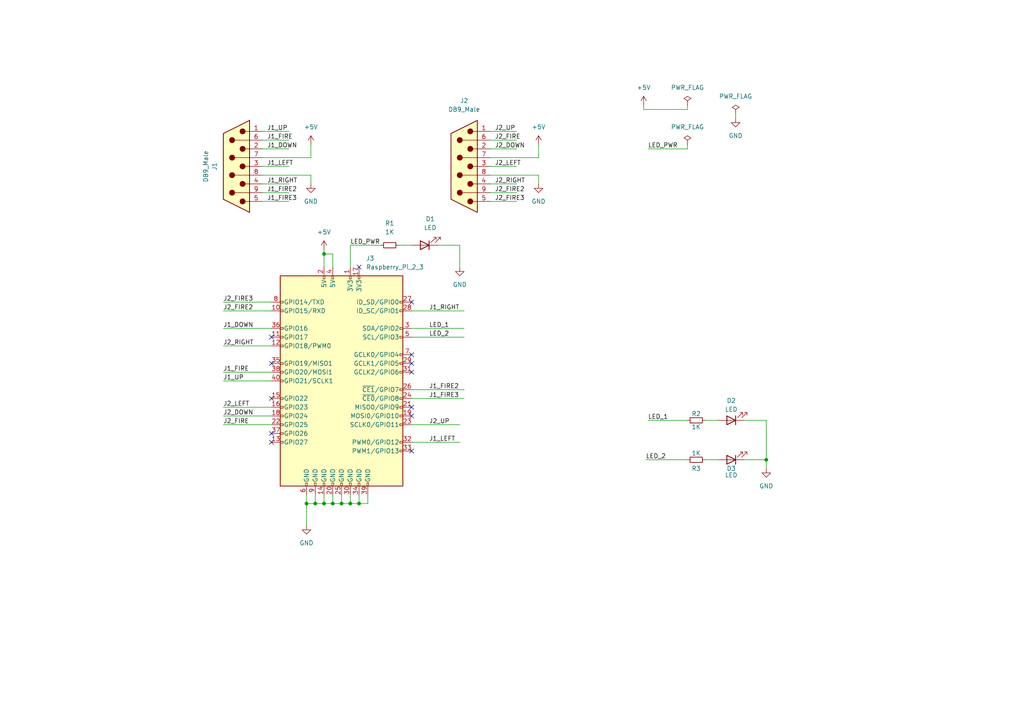
<source format=kicad_sch>
(kicad_sch (version 20230121) (generator eeschema)
  (paper "A4")
  (title_block (title "Unijoysticle Tester") (date "2022-11-29") (rev "A") (company "Ricardo Quesada"))
  (lib_symbols
    (symbol "Connector:DB9_Male" (pin_names (offset 1.016) hide)
      (property "Reference" "J" (at 0 13.97 0))
      (property "Value" "DB9_Male" (at 0 -14.605 0))
      (symbol "DB9_Male_0_1"
        (circle (center -1.778 -10.16) (radius 0.762) (fill (type outline)))
        (circle (center -1.778 -5.08) (radius 0.762) (fill (type outline)))
        (circle (center -1.778 0) (radius 0.762) (fill (type outline)))
        (circle (center -1.778 5.08) (radius 0.762) (fill (type outline)))
        (circle (center -1.778 10.16) (radius 0.762) (fill (type outline)))
        (polyline (pts (xy -3.81 -10.16) (xy -2.54 -10.16)))
        (polyline (pts (xy -3.81 -7.62) (xy 0.508 -7.62)))
        (polyline (pts (xy -3.81 -5.08) (xy -2.54 -5.08)))
        (polyline (pts (xy -3.81 -2.54) (xy 0.508 -2.54)))
        (polyline (pts (xy -3.81 0) (xy -2.54 0)))
        (polyline (pts (xy -3.81 2.54) (xy 0.508 2.54)))
        (polyline (pts (xy -3.81 5.08) (xy -2.54 5.08)))
        (polyline (pts (xy -3.81 7.62) (xy 0.508 7.62)))
        (polyline (pts (xy -3.81 10.16) (xy -2.54 10.16)))
        (polyline (pts (xy -3.81 -13.335) (xy -3.81 13.335) (xy 3.81 9.525) (xy 3.81 -9.525) (xy -3.81 -13.335)) (stroke (width 0.254)) (fill (type background)))
        (circle (center 1.27 -7.62) (radius 0.762) (fill (type outline)))
        (circle (center 1.27 -2.54) (radius 0.762) (fill (type outline)))
        (circle (center 1.27 2.54) (radius 0.762) (fill (type outline)))
        (circle (center 1.27 7.62) (radius 0.762) (fill (type outline)))
      )
      (symbol "DB9_Male_1_1"
        (pin passive line (at -7.62 -10.16 0) (length 3.81) (name "1") (number "1"))
        (pin passive line (at -7.62 -5.08 0) (length 3.81) (name "2") (number "2"))
        (pin passive line (at -7.62 0 0) (length 3.81) (name "3") (number "3"))
        (pin passive line (at -7.62 5.08 0) (length 3.81) (name "4") (number "4"))
        (pin passive line (at -7.62 10.16 0) (length 3.81) (name "5") (number "5"))
        (pin passive line (at -7.62 -7.62 0) (length 3.81) (name "6") (number "6"))
        (pin passive line (at -7.62 -2.54 0) (length 3.81) (name "7") (number "7"))
        (pin passive line (at -7.62 2.54 0) (length 3.81) (name "8") (number "8"))
        (pin passive line (at -7.62 7.62 0) (length 3.81) (name "9") (number "9"))
      )
    )
    (symbol "Connector:Raspberry_Pi_2_3" (pin_names (offset 1.016))
      (property "Reference" "J" (at -17.78 31.75 0))
      (property "Value" "Raspberry_Pi_2_3" (at 10.16 -31.75 0))
      (symbol "Raspberry_Pi_2_3_0_1"
        (rectangle (start -17.78 30.48) (end 17.78 -30.48) (stroke (width 0.254)) (fill (type background)))
      )
      (symbol "Raspberry_Pi_2_3_1_1"
        (rectangle (start -16.891 -17.526) (end -17.78 -18.034))
        (rectangle (start -16.891 -14.986) (end -17.78 -15.494))
        (rectangle (start -16.891 -12.446) (end -17.78 -12.954))
        (rectangle (start -16.891 -9.906) (end -17.78 -10.414))
        (rectangle (start -16.891 -7.366) (end -17.78 -7.874))
        (rectangle (start -16.891 -4.826) (end -17.78 -5.334))
        (rectangle (start -16.891 0.254) (end -17.78 -0.254))
        (rectangle (start -16.891 2.794) (end -17.78 2.286))
        (rectangle (start -16.891 5.334) (end -17.78 4.826))
        (rectangle (start -16.891 10.414) (end -17.78 9.906))
        (rectangle (start -16.891 12.954) (end -17.78 12.446))
        (rectangle (start -16.891 15.494) (end -17.78 14.986))
        (rectangle (start -16.891 20.574) (end -17.78 20.066))
        (rectangle (start -16.891 23.114) (end -17.78 22.606))
        (rectangle (start -10.414 -29.591) (end -9.906 -30.48))
        (rectangle (start -7.874 -29.591) (end -7.366 -30.48))
        (rectangle (start -5.334 -29.591) (end -4.826 -30.48))
        (rectangle (start -5.334 30.48) (end -4.826 29.591))
        (rectangle (start -2.794 -29.591) (end -2.286 -30.48))
        (rectangle (start -2.794 30.48) (end -2.286 29.591))
        (rectangle (start -0.254 -29.591) (end 0.254 -30.48))
        (rectangle (start 2.286 -29.591) (end 2.794 -30.48))
        (rectangle (start 2.286 30.48) (end 2.794 29.591))
        (rectangle (start 4.826 -29.591) (end 5.334 -30.48))
        (rectangle (start 4.826 30.48) (end 5.334 29.591))
        (rectangle (start 7.366 -29.591) (end 7.874 -30.48))
        (rectangle (start 17.78 -20.066) (end 16.891 -20.574))
        (rectangle (start 17.78 -17.526) (end 16.891 -18.034))
        (rectangle (start 17.78 -12.446) (end 16.891 -12.954))
        (rectangle (start 17.78 -9.906) (end 16.891 -10.414))
        (rectangle (start 17.78 -7.366) (end 16.891 -7.874))
        (rectangle (start 17.78 -4.826) (end 16.891 -5.334))
        (rectangle (start 17.78 -2.286) (end 16.891 -2.794))
        (rectangle (start 17.78 2.794) (end 16.891 2.286))
        (rectangle (start 17.78 5.334) (end 16.891 4.826))
        (rectangle (start 17.78 7.874) (end 16.891 7.366))
        (rectangle (start 17.78 12.954) (end 16.891 12.446))
        (rectangle (start 17.78 15.494) (end 16.891 14.986))
        (rectangle (start 17.78 20.574) (end 16.891 20.066))
        (rectangle (start 17.78 23.114) (end 16.891 22.606))
        (pin power_in line (at 2.54 33.02 270) (length 2.54) (name "3V3") (number "1"))
        (pin bidirectional line (at -20.32 20.32 0) (length 2.54) (name "GPIO15/RXD") (number "10"))
        (pin bidirectional line (at -20.32 12.7 0) (length 2.54) (name "GPIO17") (number "11"))
        (pin bidirectional line (at -20.32 10.16 0) (length 2.54) (name "GPIO18/PWM0") (number "12"))
        (pin bidirectional line (at -20.32 -17.78 0) (length 2.54) (name "GPIO27") (number "13"))
        (pin power_in line (at -5.08 -33.02 90) (length 2.54) (name "GND") (number "14"))
        (pin bidirectional line (at -20.32 -5.08 0) (length 2.54) (name "GPIO22") (number "15"))
        (pin bidirectional line (at -20.32 -7.62 0) (length 2.54) (name "GPIO23") (number "16"))
        (pin power_in line (at 5.08 33.02 270) (length 2.54) (name "3V3") (number "17"))
        (pin bidirectional line (at -20.32 -10.16 0) (length 2.54) (name "GPIO24") (number "18"))
        (pin bidirectional line (at 20.32 -10.16 180) (length 2.54) (name "MOSI0/GPIO10") (number "19"))
        (pin power_in line (at -5.08 33.02 270) (length 2.54) (name "5V") (number "2"))
        (pin power_in line (at -2.54 -33.02 90) (length 2.54) (name "GND") (number "20"))
        (pin bidirectional line (at 20.32 -7.62 180) (length 2.54) (name "MISO0/GPIO9") (number "21"))
        (pin bidirectional line (at -20.32 -12.7 0) (length 2.54) (name "GPIO25") (number "22"))
        (pin bidirectional line (at 20.32 -12.7 180) (length 2.54) (name "SCLK0/GPIO11") (number "23"))
        (pin bidirectional line (at 20.32 -5.08 180) (length 2.54) (name "~{CE0}/GPIO8") (number "24"))
        (pin power_in line (at 0 -33.02 90) (length 2.54) (name "GND") (number "25"))
        (pin bidirectional line (at 20.32 -2.54 180) (length 2.54) (name "~{CE1}/GPIO7") (number "26"))
        (pin bidirectional line (at 20.32 22.86 180) (length 2.54) (name "ID_SD/GPIO0") (number "27"))
        (pin bidirectional line (at 20.32 20.32 180) (length 2.54) (name "ID_SC/GPIO1") (number "28"))
        (pin bidirectional line (at 20.32 5.08 180) (length 2.54) (name "GCLK1/GPIO5") (number "29"))
        (pin bidirectional line (at 20.32 15.24 180) (length 2.54) (name "SDA/GPIO2") (number "3"))
        (pin power_in line (at 2.54 -33.02 90) (length 2.54) (name "GND") (number "30"))
        (pin bidirectional line (at 20.32 2.54 180) (length 2.54) (name "GCLK2/GPIO6") (number "31"))
        (pin bidirectional line (at 20.32 -17.78 180) (length 2.54) (name "PWM0/GPIO12") (number "32"))
        (pin bidirectional line (at 20.32 -20.32 180) (length 2.54) (name "PWM1/GPIO13") (number "33"))
        (pin power_in line (at 5.08 -33.02 90) (length 2.54) (name "GND") (number "34"))
        (pin bidirectional line (at -20.32 5.08 0) (length 2.54) (name "GPIO19/MISO1") (number "35"))
        (pin bidirectional line (at -20.32 15.24 0) (length 2.54) (name "GPIO16") (number "36"))
        (pin bidirectional line (at -20.32 -15.24 0) (length 2.54) (name "GPIO26") (number "37"))
        (pin bidirectional line (at -20.32 2.54 0) (length 2.54) (name "GPIO20/MOSI1") (number "38"))
        (pin power_in line (at 7.62 -33.02 90) (length 2.54) (name "GND") (number "39"))
        (pin power_in line (at -2.54 33.02 270) (length 2.54) (name "5V") (number "4"))
        (pin bidirectional line (at -20.32 0 0) (length 2.54) (name "GPIO21/SCLK1") (number "40"))
        (pin bidirectional line (at 20.32 12.7 180) (length 2.54) (name "SCL/GPIO3") (number "5"))
        (pin power_in line (at -10.16 -33.02 90) (length 2.54) (name "GND") (number "6"))
        (pin bidirectional line (at 20.32 7.62 180) (length 2.54) (name "GCLK0/GPIO4") (number "7"))
        (pin bidirectional line (at -20.32 22.86 0) (length 2.54) (name "GPIO14/TXD") (number "8"))
        (pin power_in line (at -7.62 -33.02 90) (length 2.54) (name "GND") (number "9"))
      )
    )
    (symbol "Device:LED" (pin_numbers hide) (pin_names (offset 1.016) hide)
      (property "Reference" "D" (at 0 2.54 0))
      (property "Value" "LED" (at 0 -2.54 0))
      (symbol "LED_0_1"
        (polyline (pts (xy -1.27 -1.27) (xy -1.27 1.27)) (stroke (width 0.254)))
        (polyline (pts (xy -1.27 0) (xy 1.27 0)))
        (polyline (pts (xy 1.27 -1.27) (xy 1.27 1.27) (xy -1.27 0) (xy 1.27 -1.27)) (stroke (width 0.254)))
        (polyline (pts (xy -3.048 -0.762) (xy -4.572 -2.286) (xy -3.81 -2.286) (xy -4.572 -2.286) (xy -4.572 -1.524)))
        (polyline (pts (xy -1.778 -0.762) (xy -3.302 -2.286) (xy -2.54 -2.286) (xy -3.302 -2.286) (xy -3.302 -1.524)))
      )
      (symbol "LED_1_1"
        (pin passive line (at -3.81 0 0) (length 2.54) (name "K") (number "1"))
        (pin passive line (at 3.81 0 180) (length 2.54) (name "A") (number "2"))
      )
    )
    (symbol "Device:R_Small" (pin_numbers hide) (pin_names (offset 0.254) hide)
      (property "Reference" "R" (at 0.762 0.508 0))
      (property "Value" "R_Small" (at 0.762 -1.016 0))
      (symbol "R_Small_0_1"
        (rectangle (start -0.762 1.778) (end 0.762 -1.778) (stroke (width 0.2032)))
      )
      (symbol "R_Small_1_1"
        (pin passive line (at 0 2.54 270) (length 0.762) (name "~") (number "1"))
        (pin passive line (at 0 -2.54 90) (length 0.762) (name "~") (number "2"))
      )
    )
    (symbol "power:+5V" (power) (pin_names (offset 0))
      (property "Value" "+5V" (at 0 3.556 0))
      (symbol "+5V_0_1"
        (polyline (pts (xy -0.762 1.27) (xy 0 2.54)))
        (polyline (pts (xy 0 0) (xy 0 2.54)))
        (polyline (pts (xy 0 2.54) (xy 0.762 1.27)))
      )
      (symbol "+5V_1_1"
        (pin power_in line (at 0 0 90) (length 0) hide (name "+5V") (number "1"))
      )
    )
    (symbol "power:GND" (power) (pin_names (offset 0))
      (property "Value" "GND" (at 0 -3.81 0))
      (symbol "GND_0_1"
        (polyline (pts (xy 0 0) (xy 0 -1.27) (xy 1.27 -1.27) (xy 0 -2.54) (xy -1.27 -1.27) (xy 0 -1.27)))
      )
      (symbol "GND_1_1"
        (pin power_in line (at 0 0 270) (length 0) hide (name "GND") (number "1"))
      )
    )
    (symbol "power:PWR_FLAG" (power) (pin_numbers hide) (pin_names (offset 0) hide)
      (property "Value" "PWR_FLAG" (at 0 3.81 0))
      (symbol "PWR_FLAG_0_0"
        (pin power_out line (at 0 0 90) (length 0) (name "pwr") (number "1"))
      )
      (symbol "PWR_FLAG_0_1"
        (polyline (pts (xy 0 0) (xy 0 1.27) (xy -1.016 1.905) (xy 0 2.54) (xy 1.016 1.905) (xy 0 1.27)))
      )
    )
  )
  (junction (at 93.98 146.05))
  (junction (at 88.9 146.05))
  (junction (at 222.25 133.35))
  (junction (at 101.6 146.05))
  (junction (at 99.06 146.05))
  (junction (at 91.44 146.05))
  (junction (at 96.52 146.05))
  (junction (at 93.98 73.66))
  (junction (at 104.14 146.05))
  (no_connect (at 104.14 77.47))
  (no_connect (at 78.74 105.41))
  (no_connect (at 119.38 118.11))
  (no_connect (at 78.74 128.27))
  (no_connect (at 119.38 130.81))
  (no_connect (at 119.38 105.41))
  (no_connect (at 78.74 97.79))
  (no_connect (at 119.38 102.87))
  (no_connect (at 78.74 125.73))
  (no_connect (at 78.74 115.57))
  (no_connect (at 119.38 87.63))
  (no_connect (at 119.38 120.65))
  (no_connect (at 119.38 107.95))
  (wire (pts (xy 187.96 121.92) (xy 199.39 121.92)))
  (wire (pts (xy 119.38 113.03) (xy 134.62 113.03)))
  (wire (pts (xy 119.38 95.25) (xy 134.62 95.25)))
  (wire (pts (xy 93.98 146.05) (xy 91.44 146.05)))
  (wire (pts (xy 93.98 72.39) (xy 93.98 73.66)))
  (wire (pts (xy 149.86 53.34) (xy 142.24 53.34)))
  (wire (pts (xy 96.52 77.47) (xy 96.52 73.66)))
  (wire (pts (xy 149.86 58.42) (xy 142.24 58.42)))
  (wire (pts (xy 115.57 71.12) (xy 119.38 71.12)))
  (wire (pts (xy 156.21 50.8) (xy 156.21 53.34)))
  (wire (pts (xy 156.21 41.91) (xy 156.21 45.72)))
  (wire (pts (xy 119.38 123.19) (xy 133.35 123.19)))
  (wire (pts (xy 83.82 55.88) (xy 76.2 55.88)))
  (wire (pts (xy 213.36 33.02) (xy 213.36 34.29)))
  (wire (pts (xy 127 71.12) (xy 133.35 71.12)))
  (wire (pts (xy 199.39 41.91) (xy 199.39 43.18)))
  (wire (pts (xy 149.86 40.64) (xy 142.24 40.64)))
  (wire (pts (xy 64.77 95.25) (xy 78.74 95.25)))
  (wire (pts (xy 91.44 146.05) (xy 88.9 146.05)))
  (wire (pts (xy 142.24 45.72) (xy 156.21 45.72)))
  (wire (pts (xy 149.86 38.1) (xy 142.24 38.1)))
  (wire (pts (xy 91.44 143.51) (xy 91.44 146.05)))
  (wire (pts (xy 64.77 100.33) (xy 78.74 100.33)))
  (wire (pts (xy 119.38 115.57) (xy 134.62 115.57)))
  (wire (pts (xy 101.6 143.51) (xy 101.6 146.05)))
  (wire (pts (xy 64.77 110.49) (xy 78.74 110.49)))
  (wire (pts (xy 76.2 50.8) (xy 90.17 50.8)))
  (wire (pts (xy 99.06 143.51) (xy 99.06 146.05)))
  (wire (pts (xy 64.77 123.19) (xy 78.74 123.19)))
  (wire (pts (xy 199.39 31.75) (xy 199.39 30.48)))
  (wire (pts (xy 96.52 143.51) (xy 96.52 146.05)))
  (wire (pts (xy 83.82 48.26) (xy 76.2 48.26)))
  (wire (pts (xy 88.9 146.05) (xy 88.9 152.4)))
  (wire (pts (xy 64.77 120.65) (xy 78.74 120.65)))
  (wire (pts (xy 104.14 143.51) (xy 104.14 146.05)))
  (wire (pts (xy 99.06 146.05) (xy 96.52 146.05)))
  (wire (pts (xy 142.24 50.8) (xy 156.21 50.8)))
  (wire (pts (xy 119.38 90.17) (xy 134.62 90.17)))
  (wire (pts (xy 76.2 45.72) (xy 90.17 45.72)))
  (wire (pts (xy 90.17 50.8) (xy 90.17 53.34)))
  (wire (pts (xy 149.86 48.26) (xy 142.24 48.26)))
  (wire (pts (xy 222.25 121.92) (xy 222.25 133.35)))
  (wire (pts (xy 83.82 43.18) (xy 76.2 43.18)))
  (wire (pts (xy 204.47 121.92) (xy 208.28 121.92)))
  (wire (pts (xy 106.68 146.05) (xy 104.14 146.05)))
  (wire (pts (xy 149.86 43.18) (xy 142.24 43.18)))
  (wire (pts (xy 204.47 133.35) (xy 208.28 133.35)))
  (wire (pts (xy 186.69 30.48) (xy 186.69 31.75)))
  (wire (pts (xy 93.98 143.51) (xy 93.98 146.05)))
  (wire (pts (xy 106.68 143.51) (xy 106.68 146.05)))
  (wire (pts (xy 83.82 58.42) (xy 76.2 58.42)))
  (wire (pts (xy 64.77 87.63) (xy 78.74 87.63)))
  (wire (pts (xy 133.35 71.12) (xy 133.35 77.47)))
  (wire (pts (xy 96.52 73.66) (xy 93.98 73.66)))
  (wire (pts (xy 222.25 133.35) (xy 222.25 135.89)))
  (wire (pts (xy 119.38 128.27) (xy 133.35 128.27)))
  (wire (pts (xy 83.82 53.34) (xy 76.2 53.34)))
  (wire (pts (xy 90.17 41.91) (xy 90.17 45.72)))
  (wire (pts (xy 187.96 43.18) (xy 199.39 43.18)))
  (wire (pts (xy 101.6 77.47) (xy 101.6 71.12)))
  (wire (pts (xy 83.82 38.1) (xy 76.2 38.1)))
  (wire (pts (xy 149.86 55.88) (xy 142.24 55.88)))
  (wire (pts (xy 96.52 146.05) (xy 93.98 146.05)))
  (wire (pts (xy 83.82 40.64) (xy 76.2 40.64)))
  (wire (pts (xy 215.9 133.35) (xy 222.25 133.35)))
  (wire (pts (xy 93.98 73.66) (xy 93.98 77.47)))
  (wire (pts (xy 101.6 71.12) (xy 110.49 71.12)))
  (wire (pts (xy 64.77 107.95) (xy 78.74 107.95)))
  (wire (pts (xy 101.6 146.05) (xy 99.06 146.05)))
  (wire (pts (xy 88.9 143.51) (xy 88.9 146.05)))
  (wire (pts (xy 215.9 121.92) (xy 222.25 121.92)))
  (wire (pts (xy 187.325 133.35) (xy 199.39 133.35)))
  (wire (pts (xy 64.77 90.17) (xy 78.74 90.17)))
  (wire (pts (xy 186.69 31.75) (xy 199.39 31.75)))
  (wire (pts (xy 119.38 97.79) (xy 134.62 97.79)))
  (wire (pts (xy 64.77 118.11) (xy 78.74 118.11)))
  (wire (pts (xy 104.14 146.05) (xy 101.6 146.05)))
  (label "J1_FIRE2" (at 124.46 113.03 0))
  (label "LED_PWR" (at 101.6 71.12 0))
  (label "J2_RIGHT" (at 143.51 53.34 0))
  (label "J2_DOWN" (at 64.77 120.65 0))
  (label "J2_FIRE2" (at 143.51 55.88 0))
  (label "LED_1" (at 187.96 121.92 0))
  (label "J2_UP" (at 143.51 38.1 0))
  (label "J2_UP" (at 124.46 123.19 0))
  (label "LED_2" (at 187.325 133.35 0))
  (label "J1_FIRE3" (at 124.46 115.57 0))
  (label "LED_1" (at 124.46 95.25 0))
  (label "J2_FIRE3" (at 143.51 58.42 0))
  (label "J2_FIRE2" (at 64.77 90.17 0))
  (label "J1_DOWN" (at 77.47 43.18 0))
  (label "J2_LEFT" (at 64.77 118.11 0))
  (label "J1_FIRE" (at 64.77 107.95 0))
  (label "J1_FIRE3" (at 77.47 58.42 0))
  (label "LED_2" (at 124.46 97.79 0))
  (label "J1_LEFT" (at 77.47 48.26 0))
  (label "J2_FIRE3" (at 64.77 87.63 0))
  (label "J1_LEFT" (at 124.46 128.27 0))
  (label "J1_RIGHT" (at 77.47 53.34 0))
  (label "J1_DOWN" (at 64.77 95.25 0))
  (label "J2_FIRE" (at 64.77 123.19 0))
  (label "J2_FIRE" (at 143.51 40.64 0))
  (label "J2_LEFT" (at 143.51 48.26 0))
  (label "J1_FIRE2" (at 77.47 55.88 0))
  (label "LED_PWR" (at 187.96 43.18 0))
  (label "J1_UP" (at 64.77 110.49 0))
  (label "J1_FIRE" (at 77.47 40.64 0))
  (label "J1_RIGHT" (at 124.46 90.17 0))
  (label "J1_UP" (at 77.47 38.1 0))
  (label "J2_RIGHT" (at 64.77 100.33 0))
  (label "J2_DOWN" (at 143.51 43.18 0))
  (symbol (lib_id "power:GND") (at 88.9 152.4 0) (unit 1)
    (property "Reference" "#PWR01" (effects hide))
    (property "Value" "GND" (at 88.9 157.48 0))
  )
  (symbol (lib_id "power:PWR_FLAG") (at 199.39 41.91 0) (unit 1)
    (property "Reference" "#FLG0102" (effects hide))
    (property "Value" "PWR_FLAG" (at 199.39 36.83 0))
  )
  (symbol (lib_id "Connector:DB9_Male") (at 134.62 48.26 180) (unit 1)
    (property "Reference" "J2" (at 134.62 29.21 0))
    (property "Value" "DB9_Male" (at 134.62 31.75 0))
    (property "Footprint" "Connector_Dsub:DSUB-9_Male_Horizontal_P2.77x2.54mm_EdgePinOffset9.40mm" (effects hide))
    (property "Datasheet" " ~" (effects hide))
  )
  (symbol (lib_id "Connector:Raspberry_Pi_2_3") (at 99.06 110.49 0) (unit 1)
    (property "Reference" "J3" (at 106.1594 74.93 0) (effects (justify left)))
    (property "Value" "Raspberry_Pi_2_3" (at 106.1594 77.47 0) (effects (justify left)))
    (property "Footprint" "Connector_PinHeader_2.54mm:PinHeader_2x20_P2.54mm_Vertical" (effects hide))
    (property "Datasheet" "https://www.raspberrypi.org/documentation/hardware/raspberrypi/schematics/rpi_SCH_3bplus_1p0_reduced.pdf" (effects hide))
  )
  (symbol (lib_id "Device:LED") (at 123.19 71.12 180) (unit 1)
    (property "Reference" "D1" (at 124.7775 63.5 0))
    (property "Value" "LED" (at 124.7775 66.04 0))
    (property "Footprint" "LED_THT:LED_D3.0mm" (effects hide))
  )
  (symbol (lib_id "Device:R_Small") (at 201.93 133.35 90) (unit 1)
    (property "Reference" "R3" (at 201.93 135.89 90))
    (property "Value" "1K" (at 201.93 131.445 90))
    (property "Footprint" "Resistor_THT:R_Axial_DIN0204_L3.6mm_D1.6mm_P7.62mm_Horizontal" (effects hide))
  )
  (symbol (lib_id "power:GND") (at 133.35 77.47 0) (unit 1)
    (property "Reference" "#PWR05" (effects hide))
    (property "Value" "GND" (at 133.35 82.55 0))
  )
  (symbol (lib_id "Device:R_Small") (at 113.03 71.12 90) (unit 1)
    (property "Reference" "R1" (at 113.03 64.77 90))
    (property "Value" "1K" (at 113.03 67.31 90))
    (property "Footprint" "Resistor_THT:R_Axial_DIN0204_L3.6mm_D1.6mm_P7.62mm_Horizontal" (effects hide))
  )
  (symbol (lib_id "power:GND") (at 156.21 53.34 0) (unit 1)
    (property "Reference" "#PWR07" (effects hide))
    (property "Value" "GND" (at 156.21 58.42 0))
  )
  (symbol (lib_id "Connector:DB9_Male") (at 68.58 48.26 180) (unit 1)
    (property "Reference" "J1" (at 62.23 48.26 90))
    (property "Value" "DB9_Male" (at 59.69 48.26 90))
    (property "Footprint" "Connector_Dsub:DSUB-9_Male_Horizontal_P2.77x2.54mm_EdgePinOffset9.40mm" (effects hide))
    (property "Datasheet" " ~" (effects hide))
  )
  (symbol (lib_id "Device:LED") (at 212.09 133.35 180) (unit 1)
    (property "Reference" "D3" (at 212.09 135.89 0))
    (property "Value" "LED" (at 212.09 137.795 0))
    (property "Footprint" "LED_THT:LED_D3.0mm" (effects hide))
  )
  (symbol (lib_id "power:PWR_FLAG") (at 199.39 30.48 0) (unit 1)
    (property "Reference" "#FLG0101" (effects hide))
    (property "Value" "PWR_FLAG" (at 199.39 25.4 0))
  )
  (symbol (lib_id "power:GND") (at 90.17 53.34 0) (unit 1)
    (property "Reference" "#PWR03" (effects hide))
    (property "Value" "GND" (at 90.17 58.42 0))
  )
  (symbol (lib_id "power:+5V") (at 186.69 30.48 0) (unit 1)
    (property "Reference" "#PWR0101" (effects hide))
    (property "Value" "+5V" (at 186.69 25.4 0))
  )
  (symbol (lib_id "power:GND") (at 222.25 135.89 0) (unit 1)
    (property "Reference" "#PWR08" (effects hide))
    (property "Value" "GND" (at 222.25 140.97 0))
  )
  (symbol (lib_id "power:PWR_FLAG") (at 213.36 33.02 0) (unit 1)
    (property "Reference" "#FLG0103" (effects hide))
    (property "Value" "PWR_FLAG" (at 213.36 27.94 0))
  )
  (symbol (lib_id "Device:R_Small") (at 201.93 121.92 90) (unit 1)
    (property "Reference" "R2" (at 201.93 120.015 90))
    (property "Value" "1K" (at 201.93 123.825 90))
    (property "Footprint" "Resistor_THT:R_Axial_DIN0204_L3.6mm_D1.6mm_P7.62mm_Horizontal" (effects hide))
  )
  (symbol (lib_id "power:GND") (at 213.36 34.29 0) (unit 1)
    (property "Reference" "#PWR0102" (effects hide))
    (property "Value" "GND" (at 213.36 39.37 0))
  )
  (symbol (lib_id "power:+5V") (at 156.21 41.91 0) (unit 1)
    (property "Reference" "#PWR06" (effects hide))
    (property "Value" "+5V" (at 156.21 36.83 0))
  )
  (symbol (lib_id "power:+5V") (at 90.17 41.91 0) (unit 1)
    (property "Reference" "#PWR02" (effects hide))
    (property "Value" "+5V" (at 90.17 36.83 0))
  )
  (symbol (lib_id "Device:LED") (at 212.09 121.92 180) (unit 1)
    (property "Reference" "D2" (at 212.09 116.205 0))
    (property "Value" "LED" (at 212.09 118.745 0))
    (property "Footprint" "LED_THT:LED_D3.0mm" (effects hide))
  )
  (symbol (lib_id "power:+5V") (at 93.98 72.39 0) (unit 1)
    (property "Reference" "#PWR04" (effects hide))
    (property "Value" "+5V" (at 93.98 67.31 0))
  )
)
</source>
